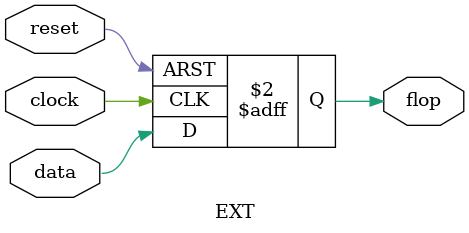
<source format=v>
module EXT(clock, reset, data, flop);
  input clock;
  input reset;
  input data;
  output reg flop;
  always@(posedge reset or posedge clock) begin
    if(reset)begin
      flop<=0;
    end
    else begin
      flop<=data;
    end 
  end
endmodule
</source>
